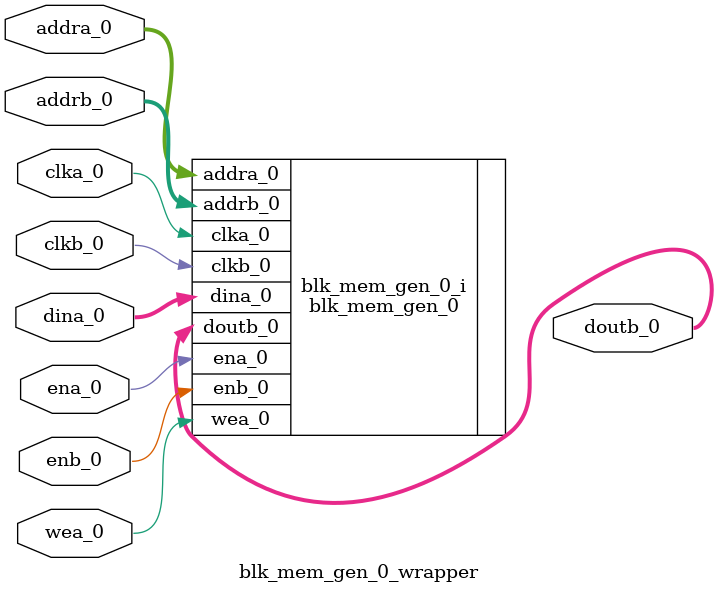
<source format=v>
`timescale 1 ps / 1 ps

module blk_mem_gen_0_wrapper
   (addra_0,
    addrb_0,
    clka_0,
    clkb_0,
    dina_0,
    doutb_0,
    ena_0,
    enb_0,
    wea_0);
  input [18:0]addra_0;
  input [18:0]addrb_0;
  input clka_0;
  input clkb_0;
  input [2:0]dina_0;
  output [2:0]doutb_0;
  input ena_0;
  input enb_0;
  input [0:0]wea_0;

  wire [18:0]addra_0;
  wire [18:0]addrb_0;
  wire clka_0;
  wire clkb_0;
  wire [2:0]dina_0;
  wire [2:0]doutb_0;
  wire ena_0;
  wire enb_0;
  wire [0:0]wea_0;

  blk_mem_gen_0 blk_mem_gen_0_i
       (.addra_0(addra_0),
        .addrb_0(addrb_0),
        .clka_0(clka_0),
        .clkb_0(clkb_0),
        .dina_0(dina_0),
        .doutb_0(doutb_0),
        .ena_0(ena_0),
        .enb_0(enb_0),
        .wea_0(wea_0));
endmodule

</source>
